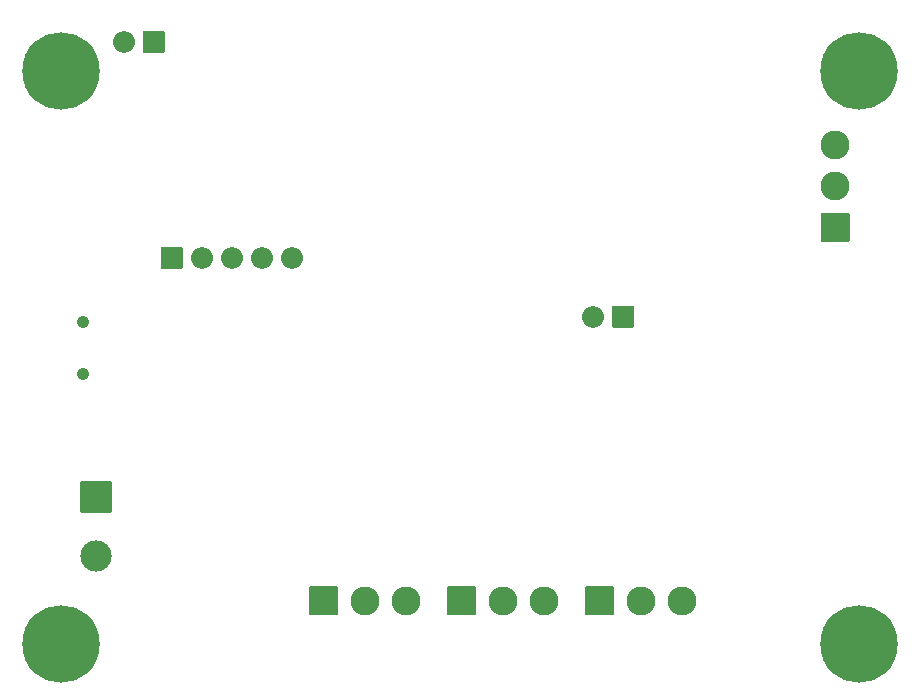
<source format=gbs>
G04 #@! TF.GenerationSoftware,KiCad,Pcbnew,6.0.2+dfsg-1*
G04 #@! TF.CreationDate,2023-06-22T08:15:41-06:00*
G04 #@! TF.ProjectId,ckt-soundplay,636b742d-736f-4756-9e64-706c61792e6b,rev?*
G04 #@! TF.SameCoordinates,Original*
G04 #@! TF.FileFunction,Soldermask,Bot*
G04 #@! TF.FilePolarity,Negative*
%FSLAX46Y46*%
G04 Gerber Fmt 4.6, Leading zero omitted, Abs format (unit mm)*
G04 Created by KiCad (PCBNEW 6.0.2+dfsg-1) date 2023-06-22 08:15:41*
%MOMM*%
%LPD*%
G01*
G04 APERTURE LIST*
%ADD10C,2.652400*%
%ADD11C,2.452400*%
%ADD12C,6.552400*%
%ADD13O,1.852400X1.852400*%
%ADD14C,1.052400*%
G04 APERTURE END LIST*
G36*
G01*
X31470000Y-173719800D02*
X33970000Y-173719800D01*
G75*
G02*
X34046200Y-173796000I0J-76200D01*
G01*
X34046200Y-176296000D01*
G75*
G02*
X33970000Y-176372200I-76200J0D01*
G01*
X31470000Y-176372200D01*
G75*
G02*
X31393800Y-176296000I0J76200D01*
G01*
X31393800Y-173796000D01*
G75*
G02*
X31470000Y-173719800I76200J0D01*
G01*
G37*
D10*
X32720000Y-180046000D03*
G36*
G01*
X50772800Y-184977000D02*
X50772800Y-182677000D01*
G75*
G02*
X50849000Y-182600800I76200J0D01*
G01*
X53149000Y-182600800D01*
G75*
G02*
X53225200Y-182677000I0J-76200D01*
G01*
X53225200Y-184977000D01*
G75*
G02*
X53149000Y-185053200I-76200J0D01*
G01*
X50849000Y-185053200D01*
G75*
G02*
X50772800Y-184977000I0J76200D01*
G01*
G37*
D11*
X55499000Y-183827000D03*
X58999000Y-183827000D03*
D12*
X97282000Y-187452000D03*
X97282000Y-138938000D03*
G36*
G01*
X62456800Y-184977000D02*
X62456800Y-182677000D01*
G75*
G02*
X62533000Y-182600800I76200J0D01*
G01*
X64833000Y-182600800D01*
G75*
G02*
X64909200Y-182677000I0J-76200D01*
G01*
X64909200Y-184977000D01*
G75*
G02*
X64833000Y-185053200I-76200J0D01*
G01*
X62533000Y-185053200D01*
G75*
G02*
X62456800Y-184977000I0J76200D01*
G01*
G37*
D11*
X67183000Y-183827000D03*
X70683000Y-183827000D03*
G36*
G01*
X96458000Y-153443200D02*
X94158000Y-153443200D01*
G75*
G02*
X94081800Y-153367000I0J76200D01*
G01*
X94081800Y-151067000D01*
G75*
G02*
X94158000Y-150990800I76200J0D01*
G01*
X96458000Y-150990800D01*
G75*
G02*
X96534200Y-151067000I0J-76200D01*
G01*
X96534200Y-153367000D01*
G75*
G02*
X96458000Y-153443200I-76200J0D01*
G01*
G37*
X95308000Y-148717000D03*
X95308000Y-145217000D03*
G36*
G01*
X36747000Y-135598800D02*
X38447000Y-135598800D01*
G75*
G02*
X38523200Y-135675000I0J-76200D01*
G01*
X38523200Y-137375000D01*
G75*
G02*
X38447000Y-137451200I-76200J0D01*
G01*
X36747000Y-137451200D01*
G75*
G02*
X36670800Y-137375000I0J76200D01*
G01*
X36670800Y-135675000D01*
G75*
G02*
X36747000Y-135598800I76200J0D01*
G01*
G37*
D13*
X35057000Y-136525000D03*
G36*
G01*
X76498000Y-158839800D02*
X78198000Y-158839800D01*
G75*
G02*
X78274200Y-158916000I0J-76200D01*
G01*
X78274200Y-160616000D01*
G75*
G02*
X78198000Y-160692200I-76200J0D01*
G01*
X76498000Y-160692200D01*
G75*
G02*
X76421800Y-160616000I0J76200D01*
G01*
X76421800Y-158916000D01*
G75*
G02*
X76498000Y-158839800I76200J0D01*
G01*
G37*
X74808000Y-159766000D03*
D14*
X31579000Y-160228000D03*
X31579000Y-164628000D03*
D12*
X29718000Y-187452000D03*
X29718000Y-138938000D03*
G36*
G01*
X74140800Y-184977000D02*
X74140800Y-182677000D01*
G75*
G02*
X74217000Y-182600800I76200J0D01*
G01*
X76517000Y-182600800D01*
G75*
G02*
X76593200Y-182677000I0J-76200D01*
G01*
X76593200Y-184977000D01*
G75*
G02*
X76517000Y-185053200I-76200J0D01*
G01*
X74217000Y-185053200D01*
G75*
G02*
X74140800Y-184977000I0J76200D01*
G01*
G37*
D11*
X78867000Y-183827000D03*
X82367000Y-183827000D03*
G36*
G01*
X39966000Y-155739200D02*
X38266000Y-155739200D01*
G75*
G02*
X38189800Y-155663000I0J76200D01*
G01*
X38189800Y-153963000D01*
G75*
G02*
X38266000Y-153886800I76200J0D01*
G01*
X39966000Y-153886800D01*
G75*
G02*
X40042200Y-153963000I0J-76200D01*
G01*
X40042200Y-155663000D01*
G75*
G02*
X39966000Y-155739200I-76200J0D01*
G01*
G37*
D13*
X41656000Y-154813000D03*
X44196000Y-154813000D03*
X46736000Y-154813000D03*
X49276000Y-154813000D03*
M02*

</source>
